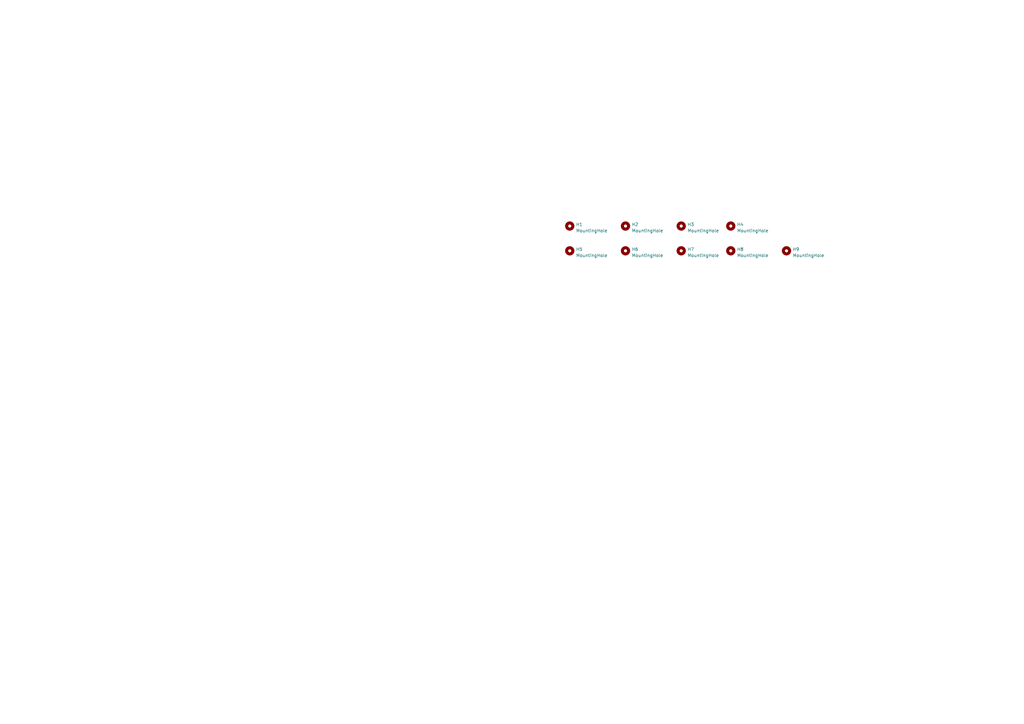
<source format=kicad_sch>
(kicad_sch (version 20230121) (generator eeschema)
  (paper "A3")
  (lib_symbols
    (symbol "Mechanical:MountingHole" (pin_names (offset 1.016))
      (property "Reference" "H" (at 0 5.08 0))
      (property "Value" "MountingHole" (at 0 3.175 0))
      (symbol "MountingHole_0_1"
        (circle (center 0 0) (radius 1.27) (stroke (width 1.27)))
      )
    )
  )
  (symbol (lib_id "Mechanical:MountingHole") (at 322.58 102.87 0) (unit 1)
    (property "Reference" "H9" (at 325.12 102.235 0) (effects (justify left)))
    (property "Value" "MountingHole" (at 325.12 104.775 0) (effects (justify left)))
    (property "Footprint" "MountingHole:MountingHole_2.2mm_M2" (effects hide))
  )
  (symbol (lib_id "Mechanical:MountingHole") (at 233.68 92.71 0) (unit 1)
    (property "Reference" "H1" (at 236.22 92.075 0) (effects (justify left)))
    (property "Value" "MountingHole" (at 236.22 94.615 0) (effects (justify left)))
    (property "Footprint" "MountingHole:MountingHole_2.2mm_M2" (effects hide))
  )
  (symbol (lib_id "Mechanical:MountingHole") (at 256.54 92.71 0) (unit 1)
    (property "Reference" "H2" (at 259.08 92.075 0) (effects (justify left)))
    (property "Value" "MountingHole" (at 259.08 94.615 0) (effects (justify left)))
    (property "Footprint" "MountingHole:MountingHole_2.2mm_M2" (effects hide))
  )
  (symbol (lib_id "Mechanical:MountingHole") (at 233.68 102.87 0) (unit 1)
    (property "Reference" "H5" (at 236.22 102.235 0) (effects (justify left)))
    (property "Value" "MountingHole" (at 236.22 104.775 0) (effects (justify left)))
    (property "Footprint" "MountingHole:MountingHole_2.2mm_M2" (effects hide))
  )
  (symbol (lib_id "Mechanical:MountingHole") (at 279.4 92.71 0) (unit 1)
    (property "Reference" "H3" (at 281.94 92.075 0) (effects (justify left)))
    (property "Value" "MountingHole" (at 281.94 94.615 0) (effects (justify left)))
    (property "Footprint" "MountingHole:MountingHole_2.2mm_M2" (effects hide))
  )
  (symbol (lib_id "Mechanical:MountingHole") (at 299.72 102.87 0) (unit 1)
    (property "Reference" "H8" (at 302.26 102.235 0) (effects (justify left)))
    (property "Value" "MountingHole" (at 302.26 104.775 0) (effects (justify left)))
    (property "Footprint" "MountingHole:MountingHole_2.2mm_M2" (effects hide))
  )
  (symbol (lib_id "Mechanical:MountingHole") (at 279.4 102.87 0) (unit 1)
    (property "Reference" "H7" (at 281.94 102.235 0) (effects (justify left)))
    (property "Value" "MountingHole" (at 281.94 104.775 0) (effects (justify left)))
    (property "Footprint" "MountingHole:MountingHole_2.2mm_M2" (effects hide))
  )
  (symbol (lib_id "Mechanical:MountingHole") (at 256.54 102.87 0) (unit 1)
    (property "Reference" "H6" (at 259.08 102.235 0) (effects (justify left)))
    (property "Value" "MountingHole" (at 259.08 104.775 0) (effects (justify left)))
    (property "Footprint" "MountingHole:MountingHole_2.2mm_M2" (effects hide))
  )
  (symbol (lib_id "Mechanical:MountingHole") (at 299.72 92.71 0) (unit 1)
    (property "Reference" "H4" (at 302.26 92.075 0) (effects (justify left)))
    (property "Value" "MountingHole" (at 302.26 94.615 0) (effects (justify left)))
    (property "Footprint" "MountingHole:MountingHole_2.2mm_M2" (effects hide))
  )
)
</source>
